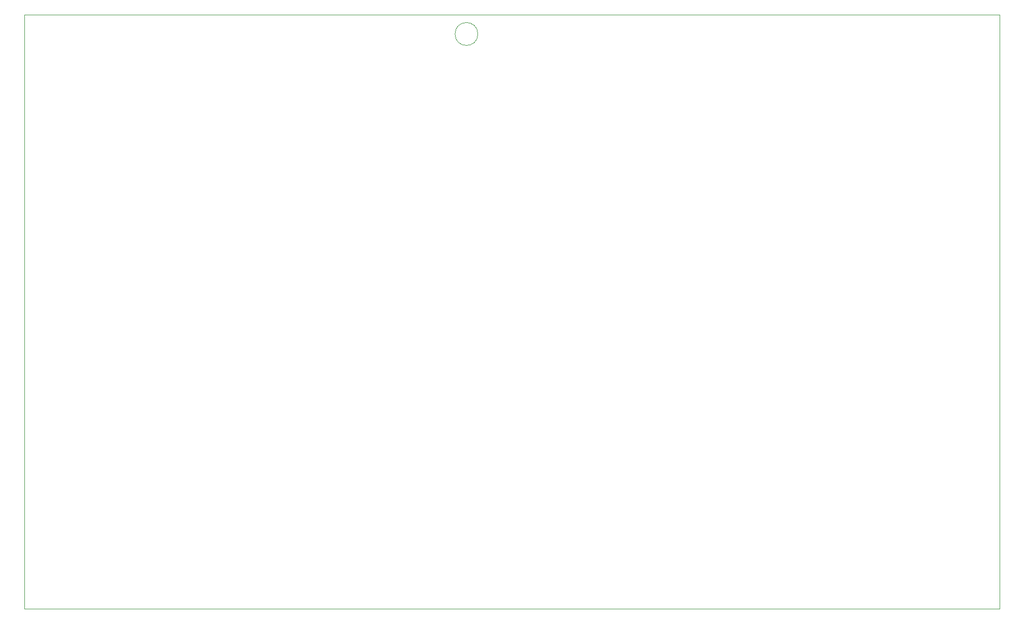
<source format=gm1>
%TF.GenerationSoftware,KiCad,Pcbnew,8.0.3+1*%
%TF.CreationDate,2024-07-26T20:17:49+02:00*%
%TF.ProjectId,ql_trump_v2_disk_interface,716c5f74-7275-46d7-905f-76325f646973,01*%
%TF.SameCoordinates,Original*%
%TF.FileFunction,Profile,NP*%
%FSLAX46Y46*%
G04 Gerber Fmt 4.6, Leading zero omitted, Abs format (unit mm)*
G04 Created by KiCad (PCBNEW 8.0.3+1) date 2024-07-26 20:17:49*
%MOMM*%
%LPD*%
G01*
G04 APERTURE LIST*
%TA.AperFunction,Profile*%
%ADD10C,0.050000*%
%TD*%
G04 APERTURE END LIST*
D10*
X201422000Y-44323000D02*
X38862000Y-44323000D01*
X201422000Y-143383000D02*
X201422000Y-44323000D01*
X38862000Y-44323000D02*
X38862000Y-143344900D01*
X114427000Y-47498000D02*
G75*
G02*
X110617000Y-47498000I-1905000J0D01*
G01*
X110617000Y-47498000D02*
G75*
G02*
X114427000Y-47498000I1905000J0D01*
G01*
X38862000Y-143344900D02*
X201422000Y-143383000D01*
M02*

</source>
